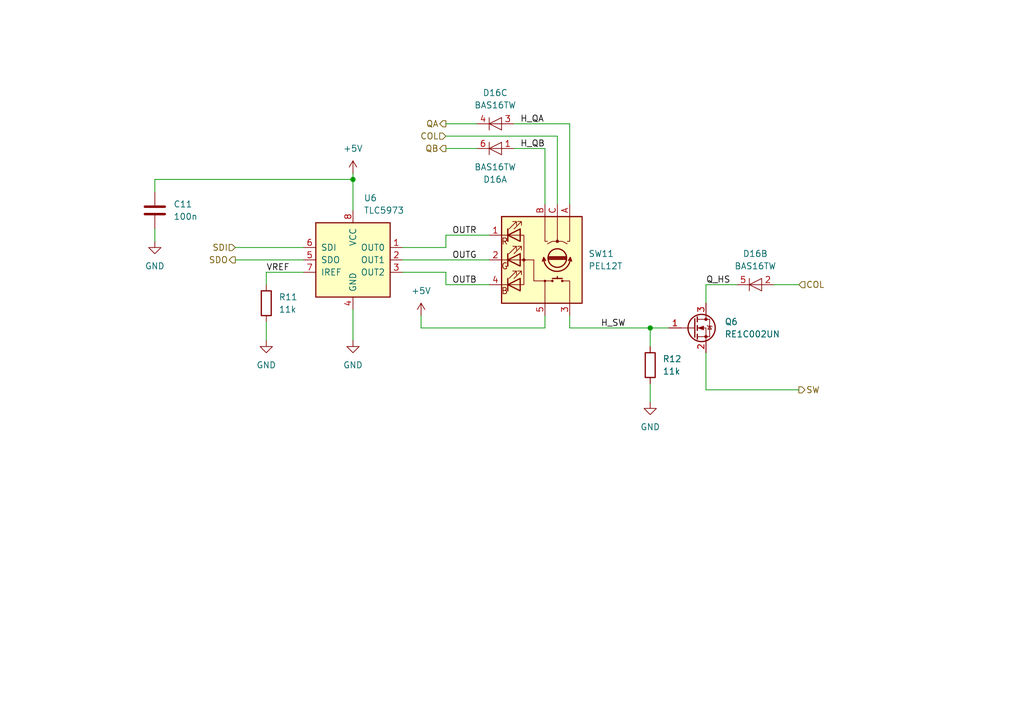
<source format=kicad_sch>
(kicad_sch (version 20231120) (generator "eeschema") (generator_version "8.0")
  (paper "A5")
  (lib_symbols
    (symbol "Device:C" (pin_numbers hide) (pin_names (offset 0.254))
      (property "Reference" "C" (at 0.635 2.54 0))
      (property "Value" "C" (at 0.635 -2.54 0))
      (symbol "C_0_1"
        (polyline (pts (xy -2.032 -0.762) (xy 2.032 -0.762)) (stroke (width 0.508)))
        (polyline (pts (xy -2.032 0.762) (xy 2.032 0.762)) (stroke (width 0.508)))
      )
      (symbol "C_1_1"
        (pin passive line (at 0 3.81 270) (length 2.794) (name "~") (number "1"))
        (pin passive line (at 0 -3.81 90) (length 2.794) (name "~") (number "2"))
      )
    )
    (symbol "Device:Q_NMOS_GSD" (pin_names (offset 0) hide)
      (property "Reference" "Q" (at 5.08 1.27 0))
      (property "Value" "Q_NMOS_GSD" (at 5.08 -1.27 0))
      (symbol "Q_NMOS_GSD_0_1"
        (polyline (pts (xy 0.254 0) (xy -2.54 0)))
        (polyline (pts (xy 0.254 1.905) (xy 0.254 -1.905)) (stroke (width 0.254)))
        (polyline (pts (xy 0.762 -1.27) (xy 0.762 -2.286)) (stroke (width 0.254)))
        (polyline (pts (xy 0.762 0.508) (xy 0.762 -0.508)) (stroke (width 0.254)))
        (polyline (pts (xy 0.762 2.286) (xy 0.762 1.27)) (stroke (width 0.254)))
        (polyline (pts (xy 2.54 2.54) (xy 2.54 1.778)))
        (polyline (pts (xy 2.54 -2.54) (xy 2.54 0) (xy 0.762 0)))
        (polyline (pts (xy 0.762 -1.778) (xy 3.302 -1.778) (xy 3.302 1.778) (xy 0.762 1.778)))
        (polyline (pts (xy 1.016 0) (xy 2.032 0.381) (xy 2.032 -0.381) (xy 1.016 0)) (fill (type outline)))
        (polyline (pts (xy 2.794 0.508) (xy 2.921 0.381) (xy 3.683 0.381) (xy 3.81 0.254)))
        (polyline (pts (xy 3.302 0.381) (xy 2.921 -0.254) (xy 3.683 -0.254) (xy 3.302 0.381)))
        (circle (center 1.651 0) (radius 2.794) (stroke (width 0.254)))
        (circle (center 2.54 -1.778) (radius 0.254) (fill (type outline)))
        (circle (center 2.54 1.778) (radius 0.254) (fill (type outline)))
      )
      (symbol "Q_NMOS_GSD_1_1"
        (pin input line (at -5.08 0 0) (length 2.54) (name "G") (number "1"))
        (pin passive line (at 2.54 -5.08 90) (length 2.54) (name "S") (number "2"))
        (pin passive line (at 2.54 5.08 270) (length 2.54) (name "D") (number "3"))
      )
    )
    (symbol "Device:R" (pin_numbers hide) (pin_names (offset 0))
      (property "Reference" "R" (at 2.032 0 90))
      (property "Value" "R" (at 0 0 90))
      (symbol "R_0_1"
        (rectangle (start -1.016 -2.54) (end 1.016 2.54) (stroke (width 0.254)))
      )
      (symbol "R_1_1"
        (pin passive line (at 0 3.81 270) (length 1.27) (name "~") (number "1"))
        (pin passive line (at 0 -3.81 90) (length 1.27) (name "~") (number "2"))
      )
    )
    (symbol "Diode:BAS16TW" (pin_names (offset 1.016) hide)
      (property "Reference" "D" (at 0 2.54 0))
      (property "Value" "BAS16TW" (at 0 -2.54 0))
      (symbol "BAS16TW_0_1"
        (polyline (pts (xy -1.27 1.27) (xy -1.27 -1.27)) (stroke (width 0.1524)))
        (polyline (pts (xy 1.27 0) (xy -1.27 0)))
        (polyline (pts (xy 1.27 1.27) (xy 1.27 -1.27)))
        (polyline (pts (xy 1.27 1.27) (xy -1.27 0) (xy 1.27 -1.27)))
      )
      (symbol "BAS16TW_1_1"
        (pin passive line (at 3.81 0 180) (length 2.54) (name "A") (number "1"))
        (pin passive line (at -3.81 0 0) (length 2.54) (name "K") (number "6"))
      )
      (symbol "BAS16TW_2_1"
        (pin passive line (at 3.81 0 180) (length 2.54) (name "A") (number "2"))
        (pin passive line (at -3.81 0 0) (length 2.54) (name "K") (number "5"))
      )
      (symbol "BAS16TW_3_1"
        (pin passive line (at 3.81 0 180) (length 2.54) (name "A") (number "3"))
        (pin passive line (at -3.81 0 0) (length 2.54) (name "K") (number "4"))
      )
    )
    (symbol "Driver_LED:TLC5973" (pin_names (offset 1.016))
      (property "Reference" "U" (at -7.62 8.89 0))
      (property "Value" "TLC5973" (at 1.27 8.89 0))
      (symbol "TLC5973_0_1"
        (rectangle (start -7.62 7.62) (end 7.62 -7.62) (stroke (width 0.254)) (fill (type background)))
      )
      (symbol "TLC5973_1_1"
        (pin output line (at 10.16 2.54 180) (length 2.54) (name "OUT0") (number "1"))
        (pin output line (at 10.16 0 180) (length 2.54) (name "OUT1") (number "2"))
        (pin output line (at 10.16 -2.54 180) (length 2.54) (name "OUT2") (number "3"))
        (pin power_in line (at 0 -10.16 90) (length 2.54) (name "GND") (number "4"))
        (pin output line (at -10.16 0 0) (length 2.54) (name "SDO") (number "5"))
        (pin input line (at -10.16 2.54 0) (length 2.54) (name "SDI") (number "6"))
        (pin bidirectional line (at -10.16 -2.54 0) (length 2.54) (name "IREF") (number "7"))
        (pin power_in line (at 0 10.16 270) (length 2.54) (name "VCC") (number "8"))
      )
    )
    (symbol "power:+5V" (power) (pin_numbers hide) (pin_names (offset 0) hide)
      (property "Value" "+5V" (at 0 3.556 0))
      (symbol "+5V_0_1"
        (polyline (pts (xy -0.762 1.27) (xy 0 2.54)))
        (polyline (pts (xy 0 0) (xy 0 2.54)))
        (polyline (pts (xy 0 2.54) (xy 0.762 1.27)))
      )
      (symbol "+5V_1_1"
        (pin power_in line (at 0 0 90) (length 0) (name "~") (number "1"))
      )
    )
    (symbol "power:GND" (power) (pin_numbers hide) (pin_names (offset 0) hide)
      (property "Value" "GND" (at 0 -3.81 0))
      (symbol "GND_0_1"
        (polyline (pts (xy 0 0) (xy 0 -1.27) (xy 1.27 -1.27) (xy 0 -2.54) (xy -1.27 -1.27) (xy 0 -1.27)))
      )
      (symbol "GND_1_1"
        (pin power_in line (at 0 0 270) (length 0) (name "~") (number "1"))
      )
    )
    (symbol "woodpecker:PEL12T" (pin_names (offset 0.254) hide)
      (property "Reference" "SW" (at -7.62 6.35 0))
      (property "Value" "PEL12T" (at 5.08 6.35 0))
      (symbol "PEL12T_1_1"
        (rectangle (start -8.89 5.08) (end 8.89 -11.43) (stroke (width 0.254)) (fill (type background)))
        (rectangle (start -6.35 -7.62) (end -6.35 -7.62))
        (rectangle (start -3.81 -7.62) (end -6.35 -7.62))
        (circle (center -3.81 0) (radius 0.254) (fill (type outline)))
        (rectangle (start -1.27 -7.62) (end -1.27 -7.62))
        (arc (start -0.381 -2.794) (mid 2.3622 -0.0508) (end -0.381 2.667) (stroke (width 0.254)))
        (circle (center -0.381 0) (radius 1.905) (stroke (width 0.254)))
        (circle (center 0 -6.858) (radius 0.254) (fill (type outline)))
        (polyline (pts (xy -6.35 -10.16) (xy -3.81 -10.16)) (stroke (width 0.254)))
        (polyline (pts (xy -5.08 -10.16) (xy -5.08 -11.43)))
        (polyline (pts (xy -5.08 -10.16) (xy -5.08 -7.62)))
        (polyline (pts (xy -1.27 -10.16) (xy 1.27 -10.16)) (stroke (width 0.254)))
        (polyline (pts (xy -0.635 -1.778) (xy -0.635 1.778)) (stroke (width 0.254)))
        (polyline (pts (xy -0.381 -1.778) (xy -0.381 1.778)) (stroke (width 0.254)))
        (polyline (pts (xy -0.127 1.778) (xy -0.127 -1.778)) (stroke (width 0.254)))
        (polyline (pts (xy 0 -10.16) (xy 0 -11.43)))
        (polyline (pts (xy 0 -7.62) (xy 0 -10.16)))
        (polyline (pts (xy 0 -7.62) (xy 0 -4.826)))
        (polyline (pts (xy 3.81 -10.16) (xy 6.35 -10.16)) (stroke (width 0.254)))
        (polyline (pts (xy 3.81 0) (xy 3.429 0)) (stroke (width 0.254)))
        (polyline (pts (xy 3.81 1.016) (xy 3.81 -1.016)) (stroke (width 0.254)))
        (polyline (pts (xy 5.08 -10.16) (xy 5.08 -11.43)))
        (polyline (pts (xy 5.08 -10.16) (xy 5.08 -7.62)))
        (polyline (pts (xy -8.89 -2.54) (xy -3.81 -2.54) (xy -3.81 -2.032)))
        (polyline (pts (xy -8.89 2.54) (xy -3.81 2.54) (xy -3.81 2.032)))
        (polyline (pts (xy -6.35 -10.16) (xy -3.81 -10.16) (xy -3.81 -10.16)))
        (polyline (pts (xy -1.27 -10.16) (xy 1.27 -10.16) (xy 1.27 -10.16)))
        (polyline (pts (xy 0 -4.826) (xy 4.318 -4.826) (xy 4.318 -2.54)))
        (polyline (pts (xy 0.254 -3.048) (xy -0.508 -2.794) (xy 0.127 -2.413)) (stroke (width 0.254)))
        (polyline (pts (xy 0.254 2.921) (xy -0.508 2.667) (xy 0.127 2.286)) (stroke (width 0.254)))
        (polyline (pts (xy 8.89 -2.54) (xy 4.318 -2.54) (xy 4.318 -1.016)))
        (polyline (pts (xy 8.89 2.54) (xy 4.318 2.54) (xy 4.318 1.016)))
        (polyline (pts (xy -8.89 0) (xy -3.81 0) (xy -3.81 -1.016) (xy -3.302 -2.032)))
        (polyline (pts (xy -6.35 -7.62) (xy -3.81 -7.62) (xy -5.08 -10.16) (xy -6.35 -7.62)) (stroke (width 0.254)))
        (polyline (pts (xy -4.318 0) (xy -3.81 0) (xy -3.81 1.016) (xy -3.302 2.032)))
        (polyline (pts (xy -1.27 -7.62) (xy 1.27 -7.62) (xy 0 -10.16) (xy -1.27 -7.62)) (stroke (width 0.254)))
        (polyline (pts (xy 3.81 -7.62) (xy 6.35 -7.62) (xy 5.08 -10.16) (xy 3.81 -7.62)) (stroke (width 0.254)))
        (polyline (pts (xy 5.08 -7.62) (xy 5.08 -6.858) (xy -5.08 -6.858) (xy -5.08 -7.62)))
        (polyline (pts (xy -6.35 -9.906) (xy -7.874 -8.382) (xy -7.874 -9.144) (xy -7.874 -8.382) (xy -7.112 -8.382)))
        (polyline (pts (xy -6.35 -8.89) (xy -7.874 -7.366) (xy -7.874 -8.128) (xy -7.874 -7.366) (xy -7.112 -7.366)))
        (polyline (pts (xy -1.27 -9.906) (xy -2.794 -8.382) (xy -2.794 -9.144) (xy -2.794 -8.382) (xy -2.032 -8.382)))
        (polyline (pts (xy -1.27 -8.89) (xy -2.794 -7.366) (xy -2.794 -8.128) (xy -2.794 -7.366) (xy -2.032 -7.366)))
        (polyline (pts (xy 3.81 -9.906) (xy 2.286 -8.382) (xy 2.286 -9.144) (xy 2.286 -8.382) (xy 3.048 -8.382)))
        (polyline (pts (xy 3.81 -8.89) (xy 2.286 -7.366) (xy 2.286 -8.128) (xy 2.286 -7.366) (xy 3.048 -7.366)))
        (rectangle (start 1.27 -7.62) (end -1.27 -7.62))
        (circle (center 4.318 -2.54) (radius 0.127) (stroke (width 0.254)))
        (circle (center 4.318 -1.016) (radius 0.127) (stroke (width 0.254)))
        (circle (center 4.318 1.016) (radius 0.127) (stroke (width 0.254)))
        (text "B" (at 6.35 -10.795 900) (effects (font (size 1.27 1.27))))
        (text "G" (at 1.27 -10.795 900) (effects (font (size 1.27 1.27))))
        (text "R" (at -3.81 -10.795 900) (effects (font (size 1.27 1.27))))
        (pin passive line (at -5.08 -13.97 90) (length 2.54) (name "RK") (number "1"))
        (pin passive line (at 0 -13.97 90) (length 2.54) (name "GK") (number "2"))
        (pin passive line (at 11.43 2.54 180) (length 2.54) (name "3") (number "3"))
        (pin passive line (at 5.08 -13.97 90) (length 2.54) (name "BK") (number "4"))
        (pin passive line (at 11.43 -2.54 180) (length 2.54) (name "A") (number "5"))
        (pin passive line (at -11.43 2.54 0) (length 2.54) (name "A") (number "A"))
        (pin passive line (at -11.43 -2.54 0) (length 2.54) (name "B") (number "B"))
        (pin passive line (at -11.43 0 0) (length 2.54) (name "C") (number "C"))
      )
    )
  )
  (junction (at 72.39 36.83))
  (junction (at 133.35 67.31))
  (wire (pts (xy 82.55 53.34) (xy 100.33 53.34)))
  (wire (pts (xy 144.78 80.01) (xy 163.83 80.01)))
  (wire (pts (xy 54.61 55.88) (xy 62.23 55.88)))
  (wire (pts (xy 133.35 71.12) (xy 133.35 67.31)))
  (wire (pts (xy 72.39 63.5) (xy 72.39 69.85)))
  (wire (pts (xy 91.44 58.42) (xy 100.33 58.42)))
  (wire (pts (xy 111.76 67.31) (xy 111.76 64.77)))
  (wire (pts (xy 48.26 53.34) (xy 62.23 53.34)))
  (wire (pts (xy 144.78 58.42) (xy 151.13 58.42)))
  (wire (pts (xy 91.44 27.94) (xy 114.3 27.94)))
  (wire (pts (xy 133.35 78.74) (xy 133.35 82.55)))
  (wire (pts (xy 82.55 55.88) (xy 91.44 55.88)))
  (wire (pts (xy 158.75 58.42) (xy 163.83 58.42)))
  (wire (pts (xy 116.84 67.31) (xy 116.84 64.77)))
  (wire (pts (xy 54.61 58.42) (xy 54.61 55.88)))
  (wire (pts (xy 111.76 30.48) (xy 111.76 41.91)))
  (wire (pts (xy 31.75 36.83) (xy 72.39 36.83)))
  (wire (pts (xy 91.44 48.26) (xy 100.33 48.26)))
  (wire (pts (xy 86.36 64.77) (xy 86.36 67.31)))
  (wire (pts (xy 116.84 25.4) (xy 116.84 41.91)))
  (wire (pts (xy 91.44 55.88) (xy 91.44 58.42)))
  (wire (pts (xy 116.84 67.31) (xy 133.35 67.31)))
  (wire (pts (xy 72.39 35.56) (xy 72.39 36.83)))
  (wire (pts (xy 31.75 39.37) (xy 31.75 36.83)))
  (wire (pts (xy 144.78 72.39) (xy 144.78 80.01)))
  (wire (pts (xy 91.44 50.8) (xy 91.44 48.26)))
  (wire (pts (xy 91.44 30.48) (xy 97.79 30.48)))
  (wire (pts (xy 54.61 66.04) (xy 54.61 69.85)))
  (wire (pts (xy 31.75 46.99) (xy 31.75 49.53)))
  (wire (pts (xy 114.3 27.94) (xy 114.3 41.91)))
  (wire (pts (xy 48.26 50.8) (xy 62.23 50.8)))
  (wire (pts (xy 105.41 30.48) (xy 111.76 30.48)))
  (wire (pts (xy 91.44 25.4) (xy 97.79 25.4)))
  (wire (pts (xy 144.78 62.23) (xy 144.78 58.42)))
  (wire (pts (xy 72.39 36.83) (xy 72.39 43.18)))
  (wire (pts (xy 133.35 67.31) (xy 137.16 67.31)))
  (wire (pts (xy 86.36 67.31) (xy 111.76 67.31)))
  (wire (pts (xy 105.41 25.4) (xy 116.84 25.4)))
  (wire (pts (xy 82.55 50.8) (xy 91.44 50.8)))
  (label "H_QB" (at 106.68 30.48 0))
  (label "H_QA" (at 106.68 25.4 0))
  (label "OUTG" (at 92.71 53.34 0))
  (label "Q_HS" (at 144.78 58.42 0))
  (label "H_SW" (at 123.19 67.31 0))
  (label "OUTR" (at 92.71 48.26 0))
  (label "OUTB" (at 92.71 58.42 0))
  (label "VREF" (at 54.61 55.88 0))
  (hierarchical_label "COL" (shape input) (at 163.83 58.42 0))
  (hierarchical_label "COL" (shape input) (at 91.44 27.94 180))
  (hierarchical_label "SW" (shape output) (at 163.83 80.01 0))
  (hierarchical_label "SDI" (shape input) (at 48.26 50.8 180))
  (hierarchical_label "QA" (shape output) (at 91.44 25.4 180))
  (hierarchical_label "QB" (shape output) (at 91.44 30.48 180))
  (hierarchical_label "SDO" (shape output) (at 48.26 53.34 180))
  (symbol (lib_id "Diode:BAS16TW") (at 101.6 25.4 0) (unit 3)
    (property "Reference" "D16" (at 101.5619 19.05 0))
    (property "Value" "BAS16TW" (at 101.5619 21.59 0))
    (property "Footprint" "Package_TO_SOT_SMD:SOT-363_SC-70-6" (effects (hide yes)))
    (property "Datasheet" "http://www.diodes.com/datasheets/ds30154.pdf" (effects (hide yes)))
    (property "Description" "Fast switching diode array 3 independent" (effects (hide yes)))
    (instances (project "top_board" (path "" (reference "D16") (unit 3)) (path "" (reference "D17") (unit 3)) (path "" (reference "D1") (unit 3)) (path "" (reference "D7") (unit 3)) (path "" (reference "D15") (unit 3)) (path "" (reference "D20") (unit 3)) (path "" (reference "D12") (unit 3)) (path "" (reference "D19") (unit 3)) (path "" (reference "D4") (unit 3)) (path "" (reference "D18") (unit 3))))
  )
  (symbol (lib_id "Device:Q_NMOS_GSD") (at 142.24 67.31 0) (unit 1)
    (property "Reference" "Q6" (at 148.59 66.04 0) (effects (justify left)))
    (property "Value" "RE1C002UN" (at 148.59 68.58 0) (effects (justify left)))
    (property "Footprint" "Package_TO_SOT_SMD:SOT-416" (effects (hide yes)))
    (property "Datasheet" "https://fscdn.rohm.com/en/products/databook/datasheet/discrete/transistor/mosfet/re1c002untcl-e.pdf" (effects (hide yes)))
    (property "Description" "Nch 20V 200mA Small Signal MOSFET" (effects (hide yes)))
    (property "MPN" "RE1C002UN" (effects (hide yes)))
    (property "Manufacturer" "Rohm Semiconductor" (effects (hide yes)))
    (instances (project "top_board" (path "" (reference "Q6") (unit 1)) (path "" (reference "Q7") (unit 1)) (path "" (reference "Q1") (unit 1)) (path "" (reference "Q3") (unit 1)) (path "" (reference "Q5") (unit 1)) (path "" (reference "Q10") (unit 1)) (path "" (reference "Q4") (unit 1)) (path "" (reference "Q9") (unit 1)) (path "" (reference "Q2") (unit 1)) (path "" (reference "Q8") (unit 1))))
  )
  (symbol (lib_id "power:+5V") (at 86.36 64.77 0) (unit 1)
    (property "Reference" "#PWR050" (effects (hide yes)))
    (property "Value" "+5V" (at 86.36 59.69 0))
    (property "Description" "Power symbol creates a global label with name \"+5V\"" (effects (hide yes)))
    (instances (project "top_board" (path "" (reference "#PWR050") (unit 1)) (path "" (reference "#PWR056") (unit 1)) (path "" (reference "#PWR05") (unit 1)) (path "" (reference "#PWR023") (unit 1)) (path "" (reference "#PWR044") (unit 1)) (path "" (reference "#PWR074") (unit 1)) (path "" (reference "#PWR035") (unit 1)) (path "" (reference "#PWR068") (unit 1)) (path "" (reference "#PWR014") (unit 1)) (path "" (reference "#PWR062") (unit 1))))
  )
  (symbol (lib_id "power:GND") (at 54.61 69.85 0) (unit 1)
    (property "Reference" "#PWR047" (effects (hide yes)))
    (property "Value" "GND" (at 54.61 74.93 0))
    (property "Description" "Power symbol creates a global label with name \"GND\" , ground" (effects (hide yes)))
    (instances (project "top_board" (path "" (reference "#PWR047") (unit 1)) (path "" (reference "#PWR053") (unit 1)) (path "" (reference "#PWR02") (unit 1)) (path "" (reference "#PWR020") (unit 1)) (path "" (reference "#PWR041") (unit 1)) (path "" (reference "#PWR071") (unit 1)) (path "" (reference "#PWR032") (unit 1)) (path "" (reference "#PWR065") (unit 1)) (path "" (reference "#PWR011") (unit 1)) (path "" (reference "#PWR059") (unit 1))))
  )
  (symbol (lib_id "woodpecker:PEL12T") (at 114.3 53.34 270) (unit 1)
    (property "Reference" "SW11" (at 120.65 52.0699 90) (effects (justify left)))
    (property "Value" "PEL12T" (at 120.65 54.6099 90) (effects (justify left)))
    (property "Footprint" "woodpecker:PEL12T-4xxxS-S1024" (effects (hide yes)))
    (property "Datasheet" "https://www.bourns.com/docs/Product-Datasheets/PEL12T.pdf" (effects (hide yes)))
    (property "Description" "Rotary encoder, dual channel, incremental quadrate outputs, with switch" (effects (hide yes)))
    (instances (project "top_board" (path "" (reference "SW11") (unit 1)) (path "" (reference "SW12") (unit 1)) (path "" (reference "SW1") (unit 1)) (path "" (reference "SW5") (unit 1)) (path "" (reference "SW10") (unit 1)) (path "" (reference "SW15") (unit 1)) (path "" (reference "SW8") (unit 1)) (path "" (reference "SW14") (unit 1)) (path "" (reference "SW3") (unit 1)) (path "" (reference "SW13") (unit 1))))
  )
  (symbol (lib_id "Driver_LED:TLC5973") (at 72.39 53.34 0) (unit 1)
    (property "Reference" "U6" (at 74.5841 40.64 0) (effects (justify left)))
    (property "Value" "TLC5973" (at 74.5841 43.18 0) (effects (justify left)))
    (property "Footprint" "Package_SO:SOIC-8_3.9x4.9mm_P1.27mm" (effects (hide yes)))
    (property "Datasheet" "http://www.ti.com/lit/ds/symlink/tlc5973.pdf" (effects (hide yes)))
    (property "Description" "3 Channel 12bit PWM constant currend LED Driver with single wire interface" (effects (hide yes)))
    (instances (project "top_board" (path "" (reference "U6") (unit 1)) (path "" (reference "U7") (unit 1)) (path "" (reference "U1") (unit 1)) (path "" (reference "U3") (unit 1)) (path "" (reference "U5") (unit 1)) (path "" (reference "U10") (unit 1)) (path "" (reference "U4") (unit 1)) (path "" (reference "U9") (unit 1)) (path "" (reference "U2") (unit 1)) (path "" (reference "U8") (unit 1))))
  )
  (symbol (lib_id "power:GND") (at 72.39 69.85 0) (unit 1)
    (property "Reference" "#PWR049" (effects (hide yes)))
    (property "Value" "GND" (at 72.39 74.93 0))
    (property "Description" "Power symbol creates a global label with name \"GND\" , ground" (effects (hide yes)))
    (instances (project "top_board" (path "" (reference "#PWR049") (unit 1)) (path "" (reference "#PWR055") (unit 1)) (path "" (reference "#PWR04") (unit 1)) (path "" (reference "#PWR022") (unit 1)) (path "" (reference "#PWR043") (unit 1)) (path "" (reference "#PWR073") (unit 1)) (path "" (reference "#PWR034") (unit 1)) (path "" (reference "#PWR067") (unit 1)) (path "" (reference "#PWR013") (unit 1)) (path "" (reference "#PWR061") (unit 1))))
  )
  (symbol (lib_id "Device:R") (at 133.35 74.93 0) (unit 1)
    (property "Reference" "R12" (at 135.89 73.6599 0) (effects (justify left)))
    (property "Value" "11k" (at 135.89 76.1999 0) (effects (justify left)))
    (property "Footprint" "Resistor_SMD:R_0603_1608Metric" (effects (hide yes)))
    (property "Description" "Resistor" (effects (hide yes)))
    (instances (project "top_board" (path "" (reference "R12") (unit 1)) (path "" (reference "R14") (unit 1)) (path "" (reference "R2") (unit 1)) (path "" (reference "R6") (unit 1)) (path "" (reference "R10") (unit 1)) (path "" (reference "R20") (unit 1)) (path "" (reference "R8") (unit 1)) (path "" (reference "R18") (unit 1)) (path "" (reference "R4") (unit 1)) (path "" (reference "R16") (unit 1))))
  )
  (symbol (lib_id "power:GND") (at 133.35 82.55 0) (unit 1)
    (property "Reference" "#PWR051" (effects (hide yes)))
    (property "Value" "GND" (at 133.35 87.63 0))
    (property "Description" "Power symbol creates a global label with name \"GND\" , ground" (effects (hide yes)))
    (instances (project "top_board" (path "" (reference "#PWR051") (unit 1)) (path "" (reference "#PWR057") (unit 1)) (path "" (reference "#PWR06") (unit 1)) (path "" (reference "#PWR024") (unit 1)) (path "" (reference "#PWR045") (unit 1)) (path "" (reference "#PWR075") (unit 1)) (path "" (reference "#PWR036") (unit 1)) (path "" (reference "#PWR069") (unit 1)) (path "" (reference "#PWR015") (unit 1)) (path "" (reference "#PWR063") (unit 1))))
  )
  (symbol (lib_id "Device:C") (at 31.75 43.18 0) (unit 1)
    (property "Reference" "C11" (at 35.56 41.9099 0) (effects (justify left)))
    (property "Value" "100n" (at 35.56 44.4499 0) (effects (justify left)))
    (property "Footprint" "Capacitor_SMD:C_0603_1608Metric" (effects (hide yes)))
    (property "Description" "Unpolarized capacitor" (effects (hide yes)))
    (instances (project "top_board" (path "" (reference "C11") (unit 1)) (path "" (reference "C12") (unit 1)) (path "" (reference "C1") (unit 1)) (path "" (reference "C5") (unit 1)) (path "" (reference "C10") (unit 1)) (path "" (reference "C15") (unit 1)) (path "" (reference "C8") (unit 1)) (path "" (reference "C14") (unit 1)) (path "" (reference "C3") (unit 1)) (path "" (reference "C13") (unit 1))))
  )
  (symbol (lib_id "Device:R") (at 54.61 62.23 0) (unit 1)
    (property "Reference" "R11" (at 57.15 60.9599 0) (effects (justify left)))
    (property "Value" "11k" (at 57.15 63.4999 0) (effects (justify left)))
    (property "Footprint" "Resistor_SMD:R_0603_1608Metric" (effects (hide yes)))
    (property "Description" "Resistor" (effects (hide yes)))
    (instances (project "top_board" (path "" (reference "R11") (unit 1)) (path "" (reference "R13") (unit 1)) (path "" (reference "R1") (unit 1)) (path "" (reference "R5") (unit 1)) (path "" (reference "R9") (unit 1)) (path "" (reference "R19") (unit 1)) (path "" (reference "R7") (unit 1)) (path "" (reference "R17") (unit 1)) (path "" (reference "R3") (unit 1)) (path "" (reference "R15") (unit 1))))
  )
  (symbol (lib_id "Diode:BAS16TW") (at 101.6 30.48 0) (mirror x) (unit 1)
    (property "Reference" "D16" (at 101.5619 36.83 0))
    (property "Value" "BAS16TW" (at 101.5619 34.29 0))
    (property "Footprint" "Package_TO_SOT_SMD:SOT-363_SC-70-6" (effects (hide yes)))
    (property "Datasheet" "http://www.diodes.com/datasheets/ds30154.pdf" (effects (hide yes)))
    (property "Description" "Fast switching diode array 3 independent" (effects (hide yes)))
    (instances (project "top_board" (path "" (reference "D16") (unit 1)) (path "" (reference "D17") (unit 1)) (path "" (reference "D1") (unit 1)) (path "" (reference "D7") (unit 1)) (path "" (reference "D15") (unit 1)) (path "" (reference "D20") (unit 1)) (path "" (reference "D12") (unit 1)) (path "" (reference "D19") (unit 1)) (path "" (reference "D4") (unit 1)) (path "" (reference "D18") (unit 1))))
  )
  (symbol (lib_id "Diode:BAS16TW") (at 154.94 58.42 0) (unit 2)
    (property "Reference" "D16" (at 154.9019 52.07 0))
    (property "Value" "BAS16TW" (at 154.9019 54.61 0))
    (property "Footprint" "Package_TO_SOT_SMD:SOT-363_SC-70-6" (effects (hide yes)))
    (property "Datasheet" "http://www.diodes.com/datasheets/ds30154.pdf" (effects (hide yes)))
    (property "Description" "Fast switching diode array 3 independent" (effects (hide yes)))
    (instances (project "top_board" (path "" (reference "D16") (unit 2)) (path "" (reference "D17") (unit 2)) (path "" (reference "D1") (unit 2)) (path "" (reference "D7") (unit 2)) (path "" (reference "D15") (unit 2)) (path "" (reference "D20") (unit 2)) (path "" (reference "D12") (unit 2)) (path "" (reference "D19") (unit 2)) (path "" (reference "D4") (unit 2)) (path "" (reference "D18") (unit 2))))
  )
  (symbol (lib_id "power:GND") (at 31.75 49.53 0) (unit 1)
    (property "Reference" "#PWR046" (effects (hide yes)))
    (property "Value" "GND" (at 31.75 54.61 0))
    (property "Description" "Power symbol creates a global label with name \"GND\" , ground" (effects (hide yes)))
    (instances (project "top_board" (path "" (reference "#PWR046") (unit 1)) (path "" (reference "#PWR052") (unit 1)) (path "" (reference "#PWR01") (unit 1)) (path "" (reference "#PWR019") (unit 1)) (path "" (reference "#PWR040") (unit 1)) (path "" (reference "#PWR070") (unit 1)) (path "" (reference "#PWR031") (unit 1)) (path "" (reference "#PWR064") (unit 1)) (path "" (reference "#PWR010") (unit 1)) (path "" (reference "#PWR058") (unit 1))))
  )
  (symbol (lib_id "power:+5V") (at 72.39 35.56 0) (unit 1)
    (property "Reference" "#PWR048" (effects (hide yes)))
    (property "Value" "+5V" (at 72.39 30.48 0))
    (property "Description" "Power symbol creates a global label with name \"+5V\"" (effects (hide yes)))
    (instances (project "top_board" (path "" (reference "#PWR048") (unit 1)) (path "" (reference "#PWR054") (unit 1)) (path "" (reference "#PWR03") (unit 1)) (path "" (reference "#PWR021") (unit 1)) (path "" (reference "#PWR042") (unit 1)) (path "" (reference "#PWR072") (unit 1)) (path "" (reference "#PWR033") (unit 1)) (path "" (reference "#PWR066") (unit 1)) (path "" (reference "#PWR012") (unit 1)) (path "" (reference "#PWR060") (unit 1))))
  )
)
</source>
